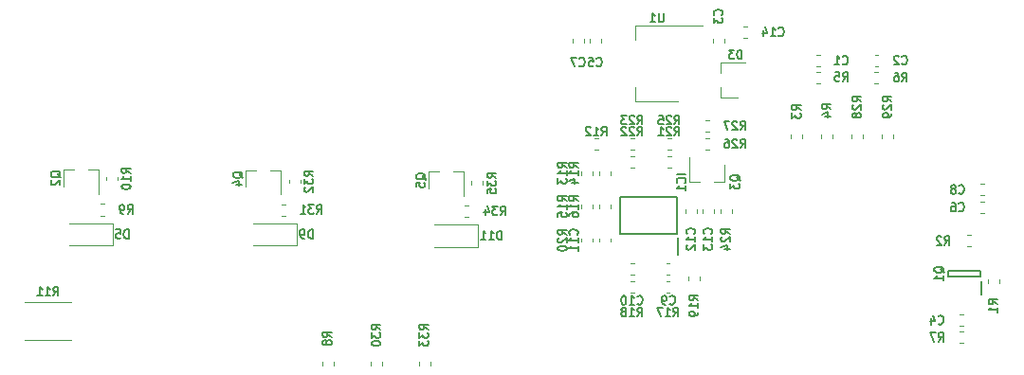
<source format=gbr>
G04 #@! TF.GenerationSoftware,KiCad,Pcbnew,(5.1.5)-3*
G04 #@! TF.CreationDate,2020-10-24T18:19:01+09:00*
G04 #@! TF.ProjectId,wallswitch_schematic_alpha,77616c6c-7377-4697-9463-685f73636865,rev?*
G04 #@! TF.SameCoordinates,Original*
G04 #@! TF.FileFunction,Legend,Bot*
G04 #@! TF.FilePolarity,Positive*
%FSLAX46Y46*%
G04 Gerber Fmt 4.6, Leading zero omitted, Abs format (unit mm)*
G04 Created by KiCad (PCBNEW (5.1.5)-3) date 2020-10-24 18:19:01*
%MOMM*%
%LPD*%
G04 APERTURE LIST*
%ADD10C,0.120000*%
%ADD11C,0.200000*%
%ADD12C,0.150000*%
G04 APERTURE END LIST*
D10*
X225222779Y-98870000D02*
X224897221Y-98870000D01*
X225222779Y-99890000D02*
X224897221Y-99890000D01*
X147410000Y-102365600D02*
X147410000Y-104365600D01*
X147410000Y-104365600D02*
X143510000Y-104365600D01*
X147410000Y-102365600D02*
X143510000Y-102365600D01*
X201700000Y-91160000D02*
X201700000Y-90230000D01*
X201700000Y-88000000D02*
X201700000Y-88930000D01*
X201700000Y-88000000D02*
X203860000Y-88000000D01*
X201700000Y-91160000D02*
X203160000Y-91160000D01*
D11*
X197755000Y-103340000D02*
X197755000Y-100040000D01*
X197755000Y-100040000D02*
X192705000Y-100040000D01*
X192705000Y-100040000D02*
X192705000Y-103340000D01*
X192705000Y-103340000D02*
X197755000Y-103340000D01*
X197810000Y-105190000D02*
X197810000Y-103690000D01*
X224868400Y-107173500D02*
X224868400Y-106623500D01*
X224868400Y-106623500D02*
X221968400Y-106623500D01*
X221968400Y-106623500D02*
X221968400Y-107173500D01*
X221968400Y-107173500D02*
X224868400Y-107173500D01*
X224968400Y-108773500D02*
X224968400Y-107523500D01*
D10*
X142980000Y-97605600D02*
X143910000Y-97605600D01*
X146140000Y-97605600D02*
X145210000Y-97605600D01*
X146140000Y-97605600D02*
X146140000Y-99765600D01*
X142980000Y-97605600D02*
X142980000Y-99065600D01*
X202040000Y-98640000D02*
X202040000Y-97180000D01*
X198880000Y-98640000D02*
X198880000Y-96480000D01*
X198880000Y-98640000D02*
X199810000Y-98640000D01*
X202040000Y-98640000D02*
X201110000Y-98640000D01*
X194050000Y-91490000D02*
X194050000Y-90230000D01*
X194050000Y-84670000D02*
X194050000Y-85930000D01*
X197810000Y-91490000D02*
X194050000Y-91490000D01*
X200060000Y-84670000D02*
X194050000Y-84670000D01*
X225499200Y-107731779D02*
X225499200Y-107406221D01*
X226519200Y-107731779D02*
X226519200Y-107406221D01*
X223674721Y-104396000D02*
X224000279Y-104396000D01*
X223674721Y-103376000D02*
X224000279Y-103376000D01*
X207950000Y-94417221D02*
X207950000Y-94742779D01*
X208970000Y-94417221D02*
X208970000Y-94742779D01*
X211670000Y-94417221D02*
X211670000Y-94742779D01*
X210650000Y-94417221D02*
X210650000Y-94742779D01*
X210233221Y-89854500D02*
X210558779Y-89854500D01*
X210233221Y-88834500D02*
X210558779Y-88834500D01*
X215419721Y-88834500D02*
X215745279Y-88834500D01*
X215419721Y-89854500D02*
X215745279Y-89854500D01*
X223329779Y-112075500D02*
X223004221Y-112075500D01*
X223329779Y-113095500D02*
X223004221Y-113095500D01*
X166069500Y-115081279D02*
X166069500Y-114755721D01*
X167089500Y-115081279D02*
X167089500Y-114755721D01*
X146297221Y-100655600D02*
X146622779Y-100655600D01*
X146297221Y-101675600D02*
X146622779Y-101675600D01*
X146800000Y-98528379D02*
X146800000Y-98202821D01*
X147820000Y-98528379D02*
X147820000Y-98202821D01*
X190722779Y-95790000D02*
X190397221Y-95790000D01*
X190722779Y-94770000D02*
X190397221Y-94770000D01*
X189250000Y-97717221D02*
X189250000Y-98042779D01*
X190270000Y-97717221D02*
X190270000Y-98042779D01*
X191870000Y-98042779D02*
X191870000Y-97717221D01*
X190850000Y-98042779D02*
X190850000Y-97717221D01*
X190270000Y-100717221D02*
X190270000Y-101042779D01*
X189250000Y-100717221D02*
X189250000Y-101042779D01*
X190850000Y-101042779D02*
X190850000Y-100717221D01*
X191870000Y-101042779D02*
X191870000Y-100717221D01*
X196797221Y-107570000D02*
X197122779Y-107570000D01*
X196797221Y-108590000D02*
X197122779Y-108590000D01*
X193922779Y-107570000D02*
X193597221Y-107570000D01*
X193922779Y-108590000D02*
X193597221Y-108590000D01*
X199798400Y-107452379D02*
X199798400Y-107126821D01*
X198778400Y-107452379D02*
X198778400Y-107126821D01*
X190270000Y-104042779D02*
X190270000Y-103717221D01*
X189250000Y-104042779D02*
X189250000Y-103717221D01*
X197222779Y-96370000D02*
X196897221Y-96370000D01*
X197222779Y-97390000D02*
X196897221Y-97390000D01*
X193597221Y-97390000D02*
X193922779Y-97390000D01*
X193597221Y-96370000D02*
X193922779Y-96370000D01*
X193597221Y-94770000D02*
X193922779Y-94770000D01*
X193597221Y-95790000D02*
X193922779Y-95790000D01*
X201650000Y-101442779D02*
X201650000Y-101117221D01*
X202670000Y-101442779D02*
X202670000Y-101117221D01*
X197222779Y-94770000D02*
X196897221Y-94770000D01*
X197222779Y-95790000D02*
X196897221Y-95790000D01*
X200297221Y-95790000D02*
X200622779Y-95790000D01*
X200297221Y-94770000D02*
X200622779Y-94770000D01*
X200622779Y-94190000D02*
X200297221Y-94190000D01*
X200622779Y-93170000D02*
X200297221Y-93170000D01*
X143657064Y-109415000D02*
X139552936Y-109415000D01*
X143657064Y-112835000D02*
X139552936Y-112835000D01*
X214370000Y-94742779D02*
X214370000Y-94417221D01*
X213350000Y-94742779D02*
X213350000Y-94417221D01*
X217070000Y-94742779D02*
X217070000Y-94417221D01*
X216050000Y-94742779D02*
X216050000Y-94417221D01*
X193597221Y-106990000D02*
X193922779Y-106990000D01*
X193597221Y-105970000D02*
X193922779Y-105970000D01*
X210233221Y-87313000D02*
X210558779Y-87313000D01*
X210233221Y-88333000D02*
X210558779Y-88333000D01*
X215420721Y-88330500D02*
X215746279Y-88330500D01*
X215420721Y-87310500D02*
X215746279Y-87310500D01*
X201970000Y-86242779D02*
X201970000Y-85917221D01*
X200950000Y-86242779D02*
X200950000Y-85917221D01*
X223004221Y-111569000D02*
X223329779Y-111569000D01*
X223004221Y-110549000D02*
X223329779Y-110549000D01*
X190970000Y-86242779D02*
X190970000Y-85917221D01*
X189950000Y-86242779D02*
X189950000Y-85917221D01*
X225222779Y-101490000D02*
X224897221Y-101490000D01*
X225222779Y-100470000D02*
X224897221Y-100470000D01*
X188450000Y-86242779D02*
X188450000Y-85917221D01*
X189470000Y-86242779D02*
X189470000Y-85917221D01*
X197122779Y-106990000D02*
X196797221Y-106990000D01*
X197122779Y-105970000D02*
X196797221Y-105970000D01*
X191870000Y-103717221D02*
X191870000Y-104042779D01*
X190850000Y-103717221D02*
X190850000Y-104042779D01*
X199550000Y-101117221D02*
X199550000Y-101442779D01*
X198530000Y-101117221D02*
X198530000Y-101442779D01*
X200050000Y-101117221D02*
X200050000Y-101442779D01*
X201070000Y-101117221D02*
X201070000Y-101442779D01*
X163810000Y-102380000D02*
X159910000Y-102380000D01*
X163810000Y-104380000D02*
X159910000Y-104380000D01*
X163810000Y-102380000D02*
X163810000Y-104380000D01*
X180010000Y-102480000D02*
X180010000Y-104480000D01*
X180010000Y-104480000D02*
X176110000Y-104480000D01*
X180010000Y-102480000D02*
X176110000Y-102480000D01*
X159205001Y-97645001D02*
X159205001Y-99105001D01*
X162365001Y-97645001D02*
X162365001Y-99805001D01*
X162365001Y-97645001D02*
X161435001Y-97645001D01*
X159205001Y-97645001D02*
X160135001Y-97645001D01*
X175580000Y-97770000D02*
X176510000Y-97770000D01*
X178740000Y-97770000D02*
X177810000Y-97770000D01*
X178740000Y-97770000D02*
X178740000Y-99930000D01*
X175580000Y-97770000D02*
X175580000Y-99230000D01*
X170419500Y-115081279D02*
X170419500Y-114755721D01*
X171439500Y-115081279D02*
X171439500Y-114755721D01*
X162497221Y-101690000D02*
X162822779Y-101690000D01*
X162497221Y-100670000D02*
X162822779Y-100670000D01*
X163100000Y-98792779D02*
X163100000Y-98467221D01*
X164120000Y-98792779D02*
X164120000Y-98467221D01*
X175789500Y-115081279D02*
X175789500Y-114755721D01*
X174769500Y-115081279D02*
X174769500Y-114755721D01*
X178797221Y-100770000D02*
X179122779Y-100770000D01*
X178797221Y-101790000D02*
X179122779Y-101790000D01*
X180420000Y-98942779D02*
X180420000Y-98617221D01*
X179400000Y-98942779D02*
X179400000Y-98617221D01*
X204023179Y-84783200D02*
X203697621Y-84783200D01*
X204023179Y-85803200D02*
X203697621Y-85803200D01*
D12*
X222946500Y-99663214D02*
X222982214Y-99701309D01*
X223089357Y-99739404D01*
X223160785Y-99739404D01*
X223267928Y-99701309D01*
X223339357Y-99625119D01*
X223375071Y-99548928D01*
X223410785Y-99396547D01*
X223410785Y-99282261D01*
X223375071Y-99129880D01*
X223339357Y-99053690D01*
X223267928Y-98977500D01*
X223160785Y-98939404D01*
X223089357Y-98939404D01*
X222982214Y-98977500D01*
X222946500Y-99015595D01*
X222517928Y-99282261D02*
X222589357Y-99244166D01*
X222625071Y-99206071D01*
X222660785Y-99129880D01*
X222660785Y-99091785D01*
X222625071Y-99015595D01*
X222589357Y-98977500D01*
X222517928Y-98939404D01*
X222375071Y-98939404D01*
X222303642Y-98977500D01*
X222267928Y-99015595D01*
X222232214Y-99091785D01*
X222232214Y-99129880D01*
X222267928Y-99206071D01*
X222303642Y-99244166D01*
X222375071Y-99282261D01*
X222517928Y-99282261D01*
X222589357Y-99320357D01*
X222625071Y-99358452D01*
X222660785Y-99434642D01*
X222660785Y-99587023D01*
X222625071Y-99663214D01*
X222589357Y-99701309D01*
X222517928Y-99739404D01*
X222375071Y-99739404D01*
X222303642Y-99701309D01*
X222267928Y-99663214D01*
X222232214Y-99587023D01*
X222232214Y-99434642D01*
X222267928Y-99358452D01*
X222303642Y-99320357D01*
X222375071Y-99282261D01*
X148787971Y-103739904D02*
X148787971Y-102939904D01*
X148609400Y-102939904D01*
X148502257Y-102978000D01*
X148430828Y-103054190D01*
X148395114Y-103130380D01*
X148359400Y-103282761D01*
X148359400Y-103397047D01*
X148395114Y-103549428D01*
X148430828Y-103625619D01*
X148502257Y-103701809D01*
X148609400Y-103739904D01*
X148787971Y-103739904D01*
X147680828Y-102939904D02*
X148037971Y-102939904D01*
X148073685Y-103320857D01*
X148037971Y-103282761D01*
X147966542Y-103244666D01*
X147787971Y-103244666D01*
X147716542Y-103282761D01*
X147680828Y-103320857D01*
X147645114Y-103397047D01*
X147645114Y-103587523D01*
X147680828Y-103663714D01*
X147716542Y-103701809D01*
X147787971Y-103739904D01*
X147966542Y-103739904D01*
X148037971Y-103701809D01*
X148073685Y-103663714D01*
X203550371Y-87687104D02*
X203550371Y-86887104D01*
X203371800Y-86887104D01*
X203264657Y-86925200D01*
X203193228Y-87001390D01*
X203157514Y-87077580D01*
X203121800Y-87229961D01*
X203121800Y-87344247D01*
X203157514Y-87496628D01*
X203193228Y-87572819D01*
X203264657Y-87649009D01*
X203371800Y-87687104D01*
X203550371Y-87687104D01*
X202871800Y-86887104D02*
X202407514Y-86887104D01*
X202657514Y-87191866D01*
X202550371Y-87191866D01*
X202478942Y-87229961D01*
X202443228Y-87268057D01*
X202407514Y-87344247D01*
X202407514Y-87534723D01*
X202443228Y-87610914D01*
X202478942Y-87649009D01*
X202550371Y-87687104D01*
X202764657Y-87687104D01*
X202836085Y-87649009D01*
X202871800Y-87610914D01*
X198532704Y-97972257D02*
X197732704Y-97972257D01*
X198456514Y-98757971D02*
X198494609Y-98722257D01*
X198532704Y-98615114D01*
X198532704Y-98543685D01*
X198494609Y-98436542D01*
X198418419Y-98365114D01*
X198342228Y-98329400D01*
X198189847Y-98293685D01*
X198075561Y-98293685D01*
X197923180Y-98329400D01*
X197846990Y-98365114D01*
X197770800Y-98436542D01*
X197732704Y-98543685D01*
X197732704Y-98615114D01*
X197770800Y-98722257D01*
X197808895Y-98757971D01*
X198532704Y-99472257D02*
X198532704Y-99043685D01*
X198532704Y-99257971D02*
X197732704Y-99257971D01*
X197846990Y-99186542D01*
X197923180Y-99115114D01*
X197961276Y-99043685D01*
X221610995Y-106811771D02*
X221572900Y-106740342D01*
X221496709Y-106668914D01*
X221382423Y-106561771D01*
X221344328Y-106490342D01*
X221344328Y-106418914D01*
X221534804Y-106454628D02*
X221496709Y-106383200D01*
X221420519Y-106311771D01*
X221268138Y-106276057D01*
X221001471Y-106276057D01*
X220849090Y-106311771D01*
X220772900Y-106383200D01*
X220734804Y-106454628D01*
X220734804Y-106597485D01*
X220772900Y-106668914D01*
X220849090Y-106740342D01*
X221001471Y-106776057D01*
X221268138Y-106776057D01*
X221420519Y-106740342D01*
X221496709Y-106668914D01*
X221534804Y-106597485D01*
X221534804Y-106454628D01*
X221534804Y-107490342D02*
X221534804Y-107061771D01*
X221534804Y-107276057D02*
X220734804Y-107276057D01*
X220849090Y-107204628D01*
X220925280Y-107133200D01*
X220963376Y-107061771D01*
X142728895Y-98277371D02*
X142690800Y-98205942D01*
X142614609Y-98134514D01*
X142500323Y-98027371D01*
X142462228Y-97955942D01*
X142462228Y-97884514D01*
X142652704Y-97920228D02*
X142614609Y-97848800D01*
X142538419Y-97777371D01*
X142386038Y-97741657D01*
X142119371Y-97741657D01*
X141966990Y-97777371D01*
X141890800Y-97848800D01*
X141852704Y-97920228D01*
X141852704Y-98063085D01*
X141890800Y-98134514D01*
X141966990Y-98205942D01*
X142119371Y-98241657D01*
X142386038Y-98241657D01*
X142538419Y-98205942D01*
X142614609Y-98134514D01*
X142652704Y-98063085D01*
X142652704Y-97920228D01*
X141928895Y-98527371D02*
X141890800Y-98563085D01*
X141852704Y-98634514D01*
X141852704Y-98813085D01*
X141890800Y-98884514D01*
X141928895Y-98920228D01*
X142005085Y-98955942D01*
X142081276Y-98955942D01*
X142195561Y-98920228D01*
X142652704Y-98491657D01*
X142652704Y-98955942D01*
X203398095Y-98608571D02*
X203360000Y-98537142D01*
X203283809Y-98465714D01*
X203169523Y-98358571D01*
X203131428Y-98287142D01*
X203131428Y-98215714D01*
X203321904Y-98251428D02*
X203283809Y-98180000D01*
X203207619Y-98108571D01*
X203055238Y-98072857D01*
X202788571Y-98072857D01*
X202636190Y-98108571D01*
X202560000Y-98180000D01*
X202521904Y-98251428D01*
X202521904Y-98394285D01*
X202560000Y-98465714D01*
X202636190Y-98537142D01*
X202788571Y-98572857D01*
X203055238Y-98572857D01*
X203207619Y-98537142D01*
X203283809Y-98465714D01*
X203321904Y-98394285D01*
X203321904Y-98251428D01*
X202521904Y-98822857D02*
X202521904Y-99287142D01*
X202826666Y-99037142D01*
X202826666Y-99144285D01*
X202864761Y-99215714D01*
X202902857Y-99251428D01*
X202979047Y-99287142D01*
X203169523Y-99287142D01*
X203245714Y-99251428D01*
X203283809Y-99215714D01*
X203321904Y-99144285D01*
X203321904Y-98930000D01*
X203283809Y-98858571D01*
X203245714Y-98822857D01*
X196557828Y-83585104D02*
X196557828Y-84232723D01*
X196522114Y-84308914D01*
X196486400Y-84347009D01*
X196414971Y-84385104D01*
X196272114Y-84385104D01*
X196200685Y-84347009D01*
X196164971Y-84308914D01*
X196129257Y-84232723D01*
X196129257Y-83585104D01*
X195379257Y-84385104D02*
X195807828Y-84385104D01*
X195593542Y-84385104D02*
X195593542Y-83585104D01*
X195664971Y-83699390D01*
X195736400Y-83775580D01*
X195807828Y-83813676D01*
X226383804Y-109603000D02*
X226002852Y-109353000D01*
X226383804Y-109174428D02*
X225583804Y-109174428D01*
X225583804Y-109460142D01*
X225621900Y-109531571D01*
X225659995Y-109567285D01*
X225736185Y-109603000D01*
X225850471Y-109603000D01*
X225926661Y-109567285D01*
X225964757Y-109531571D01*
X226002852Y-109460142D01*
X226002852Y-109174428D01*
X226383804Y-110317285D02*
X226383804Y-109888714D01*
X226383804Y-110103000D02*
X225583804Y-110103000D01*
X225698090Y-110031571D01*
X225774280Y-109960142D01*
X225812376Y-109888714D01*
X221663800Y-104298704D02*
X221913800Y-103917752D01*
X222092371Y-104298704D02*
X222092371Y-103498704D01*
X221806657Y-103498704D01*
X221735228Y-103536800D01*
X221699514Y-103574895D01*
X221663800Y-103651085D01*
X221663800Y-103765371D01*
X221699514Y-103841561D01*
X221735228Y-103879657D01*
X221806657Y-103917752D01*
X222092371Y-103917752D01*
X221378085Y-103574895D02*
X221342371Y-103536800D01*
X221270942Y-103498704D01*
X221092371Y-103498704D01*
X221020942Y-103536800D01*
X220985228Y-103574895D01*
X220949514Y-103651085D01*
X220949514Y-103727276D01*
X220985228Y-103841561D01*
X221413800Y-104298704D01*
X220949514Y-104298704D01*
X208821904Y-92255000D02*
X208440952Y-92005000D01*
X208821904Y-91826428D02*
X208021904Y-91826428D01*
X208021904Y-92112142D01*
X208060000Y-92183571D01*
X208098095Y-92219285D01*
X208174285Y-92255000D01*
X208288571Y-92255000D01*
X208364761Y-92219285D01*
X208402857Y-92183571D01*
X208440952Y-92112142D01*
X208440952Y-91826428D01*
X208021904Y-92505000D02*
X208021904Y-92969285D01*
X208326666Y-92719285D01*
X208326666Y-92826428D01*
X208364761Y-92897857D01*
X208402857Y-92933571D01*
X208479047Y-92969285D01*
X208669523Y-92969285D01*
X208745714Y-92933571D01*
X208783809Y-92897857D01*
X208821904Y-92826428D01*
X208821904Y-92612142D01*
X208783809Y-92540714D01*
X208745714Y-92505000D01*
X211521904Y-92155000D02*
X211140952Y-91905000D01*
X211521904Y-91726428D02*
X210721904Y-91726428D01*
X210721904Y-92012142D01*
X210760000Y-92083571D01*
X210798095Y-92119285D01*
X210874285Y-92155000D01*
X210988571Y-92155000D01*
X211064761Y-92119285D01*
X211102857Y-92083571D01*
X211140952Y-92012142D01*
X211140952Y-91726428D01*
X210988571Y-92797857D02*
X211521904Y-92797857D01*
X210683809Y-92619285D02*
X211255238Y-92440714D01*
X211255238Y-92905000D01*
X212570600Y-89668304D02*
X212820600Y-89287352D01*
X212999171Y-89668304D02*
X212999171Y-88868304D01*
X212713457Y-88868304D01*
X212642028Y-88906400D01*
X212606314Y-88944495D01*
X212570600Y-89020685D01*
X212570600Y-89134971D01*
X212606314Y-89211161D01*
X212642028Y-89249257D01*
X212713457Y-89287352D01*
X212999171Y-89287352D01*
X211892028Y-88868304D02*
X212249171Y-88868304D01*
X212284885Y-89249257D01*
X212249171Y-89211161D01*
X212177742Y-89173066D01*
X211999171Y-89173066D01*
X211927742Y-89211161D01*
X211892028Y-89249257D01*
X211856314Y-89325447D01*
X211856314Y-89515923D01*
X211892028Y-89592114D01*
X211927742Y-89630209D01*
X211999171Y-89668304D01*
X212177742Y-89668304D01*
X212249171Y-89630209D01*
X212284885Y-89592114D01*
X217853800Y-89719104D02*
X218103800Y-89338152D01*
X218282371Y-89719104D02*
X218282371Y-88919104D01*
X217996657Y-88919104D01*
X217925228Y-88957200D01*
X217889514Y-88995295D01*
X217853800Y-89071485D01*
X217853800Y-89185771D01*
X217889514Y-89261961D01*
X217925228Y-89300057D01*
X217996657Y-89338152D01*
X218282371Y-89338152D01*
X217210942Y-88919104D02*
X217353800Y-88919104D01*
X217425228Y-88957200D01*
X217460942Y-88995295D01*
X217532371Y-89109580D01*
X217568085Y-89261961D01*
X217568085Y-89566723D01*
X217532371Y-89642914D01*
X217496657Y-89681009D01*
X217425228Y-89719104D01*
X217282371Y-89719104D01*
X217210942Y-89681009D01*
X217175228Y-89642914D01*
X217139514Y-89566723D01*
X217139514Y-89376247D01*
X217175228Y-89300057D01*
X217210942Y-89261961D01*
X217282371Y-89223866D01*
X217425228Y-89223866D01*
X217496657Y-89261961D01*
X217532371Y-89300057D01*
X217568085Y-89376247D01*
X221105000Y-112934704D02*
X221355000Y-112553752D01*
X221533571Y-112934704D02*
X221533571Y-112134704D01*
X221247857Y-112134704D01*
X221176428Y-112172800D01*
X221140714Y-112210895D01*
X221105000Y-112287085D01*
X221105000Y-112401371D01*
X221140714Y-112477561D01*
X221176428Y-112515657D01*
X221247857Y-112553752D01*
X221533571Y-112553752D01*
X220855000Y-112134704D02*
X220355000Y-112134704D01*
X220676428Y-112934704D01*
X166935104Y-112549400D02*
X166554152Y-112299400D01*
X166935104Y-112120828D02*
X166135104Y-112120828D01*
X166135104Y-112406542D01*
X166173200Y-112477971D01*
X166211295Y-112513685D01*
X166287485Y-112549400D01*
X166401771Y-112549400D01*
X166477961Y-112513685D01*
X166516057Y-112477971D01*
X166554152Y-112406542D01*
X166554152Y-112120828D01*
X166477961Y-112977971D02*
X166439866Y-112906542D01*
X166401771Y-112870828D01*
X166325580Y-112835114D01*
X166287485Y-112835114D01*
X166211295Y-112870828D01*
X166173200Y-112906542D01*
X166135104Y-112977971D01*
X166135104Y-113120828D01*
X166173200Y-113192257D01*
X166211295Y-113227971D01*
X166287485Y-113263685D01*
X166325580Y-113263685D01*
X166401771Y-113227971D01*
X166439866Y-113192257D01*
X166477961Y-113120828D01*
X166477961Y-112977971D01*
X166516057Y-112906542D01*
X166554152Y-112870828D01*
X166630342Y-112835114D01*
X166782723Y-112835114D01*
X166858914Y-112870828D01*
X166897009Y-112906542D01*
X166935104Y-112977971D01*
X166935104Y-113120828D01*
X166897009Y-113192257D01*
X166858914Y-113227971D01*
X166782723Y-113263685D01*
X166630342Y-113263685D01*
X166554152Y-113227971D01*
X166516057Y-113192257D01*
X166477961Y-113120828D01*
X148715000Y-101504704D02*
X148965000Y-101123752D01*
X149143571Y-101504704D02*
X149143571Y-100704704D01*
X148857857Y-100704704D01*
X148786428Y-100742800D01*
X148750714Y-100780895D01*
X148715000Y-100857085D01*
X148715000Y-100971371D01*
X148750714Y-101047561D01*
X148786428Y-101085657D01*
X148857857Y-101123752D01*
X149143571Y-101123752D01*
X148357857Y-101504704D02*
X148215000Y-101504704D01*
X148143571Y-101466609D01*
X148107857Y-101428514D01*
X148036428Y-101314228D01*
X148000714Y-101161847D01*
X148000714Y-100857085D01*
X148036428Y-100780895D01*
X148072142Y-100742800D01*
X148143571Y-100704704D01*
X148286428Y-100704704D01*
X148357857Y-100742800D01*
X148393571Y-100780895D01*
X148429285Y-100857085D01*
X148429285Y-101047561D01*
X148393571Y-101123752D01*
X148357857Y-101161847D01*
X148286428Y-101199942D01*
X148143571Y-101199942D01*
X148072142Y-101161847D01*
X148036428Y-101123752D01*
X148000714Y-101047561D01*
X148971904Y-97883457D02*
X148590952Y-97633457D01*
X148971904Y-97454885D02*
X148171904Y-97454885D01*
X148171904Y-97740600D01*
X148210000Y-97812028D01*
X148248095Y-97847742D01*
X148324285Y-97883457D01*
X148438571Y-97883457D01*
X148514761Y-97847742D01*
X148552857Y-97812028D01*
X148590952Y-97740600D01*
X148590952Y-97454885D01*
X148971904Y-98597742D02*
X148971904Y-98169171D01*
X148971904Y-98383457D02*
X148171904Y-98383457D01*
X148286190Y-98312028D01*
X148362380Y-98240600D01*
X148400476Y-98169171D01*
X148171904Y-99062028D02*
X148171904Y-99133457D01*
X148210000Y-99204885D01*
X148248095Y-99240600D01*
X148324285Y-99276314D01*
X148476666Y-99312028D01*
X148667142Y-99312028D01*
X148819523Y-99276314D01*
X148895714Y-99240600D01*
X148933809Y-99204885D01*
X148971904Y-99133457D01*
X148971904Y-99062028D01*
X148933809Y-98990600D01*
X148895714Y-98954885D01*
X148819523Y-98919171D01*
X148667142Y-98883457D01*
X148476666Y-98883457D01*
X148324285Y-98919171D01*
X148248095Y-98954885D01*
X148210000Y-98990600D01*
X148171904Y-99062028D01*
X191032942Y-94545104D02*
X191282942Y-94164152D01*
X191461514Y-94545104D02*
X191461514Y-93745104D01*
X191175800Y-93745104D01*
X191104371Y-93783200D01*
X191068657Y-93821295D01*
X191032942Y-93897485D01*
X191032942Y-94011771D01*
X191068657Y-94087961D01*
X191104371Y-94126057D01*
X191175800Y-94164152D01*
X191461514Y-94164152D01*
X190318657Y-94545104D02*
X190747228Y-94545104D01*
X190532942Y-94545104D02*
X190532942Y-93745104D01*
X190604371Y-93859390D01*
X190675800Y-93935580D01*
X190747228Y-93973676D01*
X190032942Y-93821295D02*
X189997228Y-93783200D01*
X189925800Y-93745104D01*
X189747228Y-93745104D01*
X189675800Y-93783200D01*
X189640085Y-93821295D01*
X189604371Y-93897485D01*
X189604371Y-93973676D01*
X189640085Y-94087961D01*
X190068657Y-94545104D01*
X189604371Y-94545104D01*
X187921904Y-97397857D02*
X187540952Y-97147857D01*
X187921904Y-96969285D02*
X187121904Y-96969285D01*
X187121904Y-97255000D01*
X187160000Y-97326428D01*
X187198095Y-97362142D01*
X187274285Y-97397857D01*
X187388571Y-97397857D01*
X187464761Y-97362142D01*
X187502857Y-97326428D01*
X187540952Y-97255000D01*
X187540952Y-96969285D01*
X187921904Y-98112142D02*
X187921904Y-97683571D01*
X187921904Y-97897857D02*
X187121904Y-97897857D01*
X187236190Y-97826428D01*
X187312380Y-97755000D01*
X187350476Y-97683571D01*
X187121904Y-98362142D02*
X187121904Y-98826428D01*
X187426666Y-98576428D01*
X187426666Y-98683571D01*
X187464761Y-98755000D01*
X187502857Y-98790714D01*
X187579047Y-98826428D01*
X187769523Y-98826428D01*
X187845714Y-98790714D01*
X187883809Y-98755000D01*
X187921904Y-98683571D01*
X187921904Y-98469285D01*
X187883809Y-98397857D01*
X187845714Y-98362142D01*
X188921904Y-97397857D02*
X188540952Y-97147857D01*
X188921904Y-96969285D02*
X188121904Y-96969285D01*
X188121904Y-97255000D01*
X188160000Y-97326428D01*
X188198095Y-97362142D01*
X188274285Y-97397857D01*
X188388571Y-97397857D01*
X188464761Y-97362142D01*
X188502857Y-97326428D01*
X188540952Y-97255000D01*
X188540952Y-96969285D01*
X188921904Y-98112142D02*
X188921904Y-97683571D01*
X188921904Y-97897857D02*
X188121904Y-97897857D01*
X188236190Y-97826428D01*
X188312380Y-97755000D01*
X188350476Y-97683571D01*
X188388571Y-98755000D02*
X188921904Y-98755000D01*
X188083809Y-98576428D02*
X188655238Y-98397857D01*
X188655238Y-98862142D01*
X187921904Y-100397857D02*
X187540952Y-100147857D01*
X187921904Y-99969285D02*
X187121904Y-99969285D01*
X187121904Y-100255000D01*
X187160000Y-100326428D01*
X187198095Y-100362142D01*
X187274285Y-100397857D01*
X187388571Y-100397857D01*
X187464761Y-100362142D01*
X187502857Y-100326428D01*
X187540952Y-100255000D01*
X187540952Y-99969285D01*
X187921904Y-101112142D02*
X187921904Y-100683571D01*
X187921904Y-100897857D02*
X187121904Y-100897857D01*
X187236190Y-100826428D01*
X187312380Y-100755000D01*
X187350476Y-100683571D01*
X187121904Y-101790714D02*
X187121904Y-101433571D01*
X187502857Y-101397857D01*
X187464761Y-101433571D01*
X187426666Y-101505000D01*
X187426666Y-101683571D01*
X187464761Y-101755000D01*
X187502857Y-101790714D01*
X187579047Y-101826428D01*
X187769523Y-101826428D01*
X187845714Y-101790714D01*
X187883809Y-101755000D01*
X187921904Y-101683571D01*
X187921904Y-101505000D01*
X187883809Y-101433571D01*
X187845714Y-101397857D01*
X188921904Y-100397857D02*
X188540952Y-100147857D01*
X188921904Y-99969285D02*
X188121904Y-99969285D01*
X188121904Y-100255000D01*
X188160000Y-100326428D01*
X188198095Y-100362142D01*
X188274285Y-100397857D01*
X188388571Y-100397857D01*
X188464761Y-100362142D01*
X188502857Y-100326428D01*
X188540952Y-100255000D01*
X188540952Y-99969285D01*
X188921904Y-101112142D02*
X188921904Y-100683571D01*
X188921904Y-100897857D02*
X188121904Y-100897857D01*
X188236190Y-100826428D01*
X188312380Y-100755000D01*
X188350476Y-100683571D01*
X188121904Y-101755000D02*
X188121904Y-101612142D01*
X188160000Y-101540714D01*
X188198095Y-101505000D01*
X188312380Y-101433571D01*
X188464761Y-101397857D01*
X188769523Y-101397857D01*
X188845714Y-101433571D01*
X188883809Y-101469285D01*
X188921904Y-101540714D01*
X188921904Y-101683571D01*
X188883809Y-101755000D01*
X188845714Y-101790714D01*
X188769523Y-101826428D01*
X188579047Y-101826428D01*
X188502857Y-101790714D01*
X188464761Y-101755000D01*
X188426666Y-101683571D01*
X188426666Y-101540714D01*
X188464761Y-101469285D01*
X188502857Y-101433571D01*
X188579047Y-101397857D01*
X197433742Y-110699504D02*
X197683742Y-110318552D01*
X197862314Y-110699504D02*
X197862314Y-109899504D01*
X197576600Y-109899504D01*
X197505171Y-109937600D01*
X197469457Y-109975695D01*
X197433742Y-110051885D01*
X197433742Y-110166171D01*
X197469457Y-110242361D01*
X197505171Y-110280457D01*
X197576600Y-110318552D01*
X197862314Y-110318552D01*
X196719457Y-110699504D02*
X197148028Y-110699504D01*
X196933742Y-110699504D02*
X196933742Y-109899504D01*
X197005171Y-110013790D01*
X197076600Y-110089980D01*
X197148028Y-110128076D01*
X196469457Y-109899504D02*
X195969457Y-109899504D01*
X196290885Y-110699504D01*
X194233342Y-110699504D02*
X194483342Y-110318552D01*
X194661914Y-110699504D02*
X194661914Y-109899504D01*
X194376200Y-109899504D01*
X194304771Y-109937600D01*
X194269057Y-109975695D01*
X194233342Y-110051885D01*
X194233342Y-110166171D01*
X194269057Y-110242361D01*
X194304771Y-110280457D01*
X194376200Y-110318552D01*
X194661914Y-110318552D01*
X193519057Y-110699504D02*
X193947628Y-110699504D01*
X193733342Y-110699504D02*
X193733342Y-109899504D01*
X193804771Y-110013790D01*
X193876200Y-110089980D01*
X193947628Y-110128076D01*
X193090485Y-110242361D02*
X193161914Y-110204266D01*
X193197628Y-110166171D01*
X193233342Y-110089980D01*
X193233342Y-110051885D01*
X193197628Y-109975695D01*
X193161914Y-109937600D01*
X193090485Y-109899504D01*
X192947628Y-109899504D01*
X192876200Y-109937600D01*
X192840485Y-109975695D01*
X192804771Y-110051885D01*
X192804771Y-110089980D01*
X192840485Y-110166171D01*
X192876200Y-110204266D01*
X192947628Y-110242361D01*
X193090485Y-110242361D01*
X193161914Y-110280457D01*
X193197628Y-110318552D01*
X193233342Y-110394742D01*
X193233342Y-110547123D01*
X193197628Y-110623314D01*
X193161914Y-110661409D01*
X193090485Y-110699504D01*
X192947628Y-110699504D01*
X192876200Y-110661409D01*
X192840485Y-110623314D01*
X192804771Y-110547123D01*
X192804771Y-110394742D01*
X192840485Y-110318552D01*
X192876200Y-110280457D01*
X192947628Y-110242361D01*
X199650304Y-109245857D02*
X199269352Y-108995857D01*
X199650304Y-108817285D02*
X198850304Y-108817285D01*
X198850304Y-109103000D01*
X198888400Y-109174428D01*
X198926495Y-109210142D01*
X199002685Y-109245857D01*
X199116971Y-109245857D01*
X199193161Y-109210142D01*
X199231257Y-109174428D01*
X199269352Y-109103000D01*
X199269352Y-108817285D01*
X199650304Y-109960142D02*
X199650304Y-109531571D01*
X199650304Y-109745857D02*
X198850304Y-109745857D01*
X198964590Y-109674428D01*
X199040780Y-109603000D01*
X199078876Y-109531571D01*
X199650304Y-110317285D02*
X199650304Y-110460142D01*
X199612209Y-110531571D01*
X199574114Y-110567285D01*
X199459828Y-110638714D01*
X199307447Y-110674428D01*
X199002685Y-110674428D01*
X198926495Y-110638714D01*
X198888400Y-110603000D01*
X198850304Y-110531571D01*
X198850304Y-110388714D01*
X198888400Y-110317285D01*
X198926495Y-110281571D01*
X199002685Y-110245857D01*
X199193161Y-110245857D01*
X199269352Y-110281571D01*
X199307447Y-110317285D01*
X199345542Y-110388714D01*
X199345542Y-110531571D01*
X199307447Y-110603000D01*
X199269352Y-110638714D01*
X199193161Y-110674428D01*
X187921904Y-103397857D02*
X187540952Y-103147857D01*
X187921904Y-102969285D02*
X187121904Y-102969285D01*
X187121904Y-103255000D01*
X187160000Y-103326428D01*
X187198095Y-103362142D01*
X187274285Y-103397857D01*
X187388571Y-103397857D01*
X187464761Y-103362142D01*
X187502857Y-103326428D01*
X187540952Y-103255000D01*
X187540952Y-102969285D01*
X187198095Y-103683571D02*
X187160000Y-103719285D01*
X187121904Y-103790714D01*
X187121904Y-103969285D01*
X187160000Y-104040714D01*
X187198095Y-104076428D01*
X187274285Y-104112142D01*
X187350476Y-104112142D01*
X187464761Y-104076428D01*
X187921904Y-103647857D01*
X187921904Y-104112142D01*
X187121904Y-104576428D02*
X187121904Y-104647857D01*
X187160000Y-104719285D01*
X187198095Y-104755000D01*
X187274285Y-104790714D01*
X187426666Y-104826428D01*
X187617142Y-104826428D01*
X187769523Y-104790714D01*
X187845714Y-104755000D01*
X187883809Y-104719285D01*
X187921904Y-104647857D01*
X187921904Y-104576428D01*
X187883809Y-104505000D01*
X187845714Y-104469285D01*
X187769523Y-104433571D01*
X187617142Y-104397857D01*
X187426666Y-104397857D01*
X187274285Y-104433571D01*
X187198095Y-104469285D01*
X187160000Y-104505000D01*
X187121904Y-104576428D01*
X197542142Y-94545104D02*
X197792142Y-94164152D01*
X197970714Y-94545104D02*
X197970714Y-93745104D01*
X197685000Y-93745104D01*
X197613571Y-93783200D01*
X197577857Y-93821295D01*
X197542142Y-93897485D01*
X197542142Y-94011771D01*
X197577857Y-94087961D01*
X197613571Y-94126057D01*
X197685000Y-94164152D01*
X197970714Y-94164152D01*
X197256428Y-93821295D02*
X197220714Y-93783200D01*
X197149285Y-93745104D01*
X196970714Y-93745104D01*
X196899285Y-93783200D01*
X196863571Y-93821295D01*
X196827857Y-93897485D01*
X196827857Y-93973676D01*
X196863571Y-94087961D01*
X197292142Y-94545104D01*
X196827857Y-94545104D01*
X196113571Y-94545104D02*
X196542142Y-94545104D01*
X196327857Y-94545104D02*
X196327857Y-93745104D01*
X196399285Y-93859390D01*
X196470714Y-93935580D01*
X196542142Y-93973676D01*
X194233342Y-94545104D02*
X194483342Y-94164152D01*
X194661914Y-94545104D02*
X194661914Y-93745104D01*
X194376200Y-93745104D01*
X194304771Y-93783200D01*
X194269057Y-93821295D01*
X194233342Y-93897485D01*
X194233342Y-94011771D01*
X194269057Y-94087961D01*
X194304771Y-94126057D01*
X194376200Y-94164152D01*
X194661914Y-94164152D01*
X193947628Y-93821295D02*
X193911914Y-93783200D01*
X193840485Y-93745104D01*
X193661914Y-93745104D01*
X193590485Y-93783200D01*
X193554771Y-93821295D01*
X193519057Y-93897485D01*
X193519057Y-93973676D01*
X193554771Y-94087961D01*
X193983342Y-94545104D01*
X193519057Y-94545104D01*
X193233342Y-93821295D02*
X193197628Y-93783200D01*
X193126200Y-93745104D01*
X192947628Y-93745104D01*
X192876200Y-93783200D01*
X192840485Y-93821295D01*
X192804771Y-93897485D01*
X192804771Y-93973676D01*
X192840485Y-94087961D01*
X193269057Y-94545104D01*
X192804771Y-94545104D01*
X194242142Y-93541904D02*
X194492142Y-93160952D01*
X194670714Y-93541904D02*
X194670714Y-92741904D01*
X194385000Y-92741904D01*
X194313571Y-92780000D01*
X194277857Y-92818095D01*
X194242142Y-92894285D01*
X194242142Y-93008571D01*
X194277857Y-93084761D01*
X194313571Y-93122857D01*
X194385000Y-93160952D01*
X194670714Y-93160952D01*
X193956428Y-92818095D02*
X193920714Y-92780000D01*
X193849285Y-92741904D01*
X193670714Y-92741904D01*
X193599285Y-92780000D01*
X193563571Y-92818095D01*
X193527857Y-92894285D01*
X193527857Y-92970476D01*
X193563571Y-93084761D01*
X193992142Y-93541904D01*
X193527857Y-93541904D01*
X193277857Y-92741904D02*
X192813571Y-92741904D01*
X193063571Y-93046666D01*
X192956428Y-93046666D01*
X192885000Y-93084761D01*
X192849285Y-93122857D01*
X192813571Y-93199047D01*
X192813571Y-93389523D01*
X192849285Y-93465714D01*
X192885000Y-93503809D01*
X192956428Y-93541904D01*
X193170714Y-93541904D01*
X193242142Y-93503809D01*
X193277857Y-93465714D01*
X202495104Y-103302257D02*
X202114152Y-103052257D01*
X202495104Y-102873685D02*
X201695104Y-102873685D01*
X201695104Y-103159400D01*
X201733200Y-103230828D01*
X201771295Y-103266542D01*
X201847485Y-103302257D01*
X201961771Y-103302257D01*
X202037961Y-103266542D01*
X202076057Y-103230828D01*
X202114152Y-103159400D01*
X202114152Y-102873685D01*
X201771295Y-103587971D02*
X201733200Y-103623685D01*
X201695104Y-103695114D01*
X201695104Y-103873685D01*
X201733200Y-103945114D01*
X201771295Y-103980828D01*
X201847485Y-104016542D01*
X201923676Y-104016542D01*
X202037961Y-103980828D01*
X202495104Y-103552257D01*
X202495104Y-104016542D01*
X201961771Y-104659400D02*
X202495104Y-104659400D01*
X201657009Y-104480828D02*
X202228438Y-104302257D01*
X202228438Y-104766542D01*
X197542142Y-93541904D02*
X197792142Y-93160952D01*
X197970714Y-93541904D02*
X197970714Y-92741904D01*
X197685000Y-92741904D01*
X197613571Y-92780000D01*
X197577857Y-92818095D01*
X197542142Y-92894285D01*
X197542142Y-93008571D01*
X197577857Y-93084761D01*
X197613571Y-93122857D01*
X197685000Y-93160952D01*
X197970714Y-93160952D01*
X197256428Y-92818095D02*
X197220714Y-92780000D01*
X197149285Y-92741904D01*
X196970714Y-92741904D01*
X196899285Y-92780000D01*
X196863571Y-92818095D01*
X196827857Y-92894285D01*
X196827857Y-92970476D01*
X196863571Y-93084761D01*
X197292142Y-93541904D01*
X196827857Y-93541904D01*
X196149285Y-92741904D02*
X196506428Y-92741904D01*
X196542142Y-93122857D01*
X196506428Y-93084761D01*
X196435000Y-93046666D01*
X196256428Y-93046666D01*
X196185000Y-93084761D01*
X196149285Y-93122857D01*
X196113571Y-93199047D01*
X196113571Y-93389523D01*
X196149285Y-93465714D01*
X196185000Y-93503809D01*
X196256428Y-93541904D01*
X196435000Y-93541904D01*
X196506428Y-93503809D01*
X196542142Y-93465714D01*
X203428142Y-95641904D02*
X203678142Y-95260952D01*
X203856714Y-95641904D02*
X203856714Y-94841904D01*
X203571000Y-94841904D01*
X203499571Y-94880000D01*
X203463857Y-94918095D01*
X203428142Y-94994285D01*
X203428142Y-95108571D01*
X203463857Y-95184761D01*
X203499571Y-95222857D01*
X203571000Y-95260952D01*
X203856714Y-95260952D01*
X203142428Y-94918095D02*
X203106714Y-94880000D01*
X203035285Y-94841904D01*
X202856714Y-94841904D01*
X202785285Y-94880000D01*
X202749571Y-94918095D01*
X202713857Y-94994285D01*
X202713857Y-95070476D01*
X202749571Y-95184761D01*
X203178142Y-95641904D01*
X202713857Y-95641904D01*
X202071000Y-94841904D02*
X202213857Y-94841904D01*
X202285285Y-94880000D01*
X202321000Y-94918095D01*
X202392428Y-95032380D01*
X202428142Y-95184761D01*
X202428142Y-95489523D01*
X202392428Y-95565714D01*
X202356714Y-95603809D01*
X202285285Y-95641904D01*
X202142428Y-95641904D01*
X202071000Y-95603809D01*
X202035285Y-95565714D01*
X201999571Y-95489523D01*
X201999571Y-95299047D01*
X202035285Y-95222857D01*
X202071000Y-95184761D01*
X202142428Y-95146666D01*
X202285285Y-95146666D01*
X202356714Y-95184761D01*
X202392428Y-95222857D01*
X202428142Y-95299047D01*
X203428142Y-94037104D02*
X203678142Y-93656152D01*
X203856714Y-94037104D02*
X203856714Y-93237104D01*
X203571000Y-93237104D01*
X203499571Y-93275200D01*
X203463857Y-93313295D01*
X203428142Y-93389485D01*
X203428142Y-93503771D01*
X203463857Y-93579961D01*
X203499571Y-93618057D01*
X203571000Y-93656152D01*
X203856714Y-93656152D01*
X203142428Y-93313295D02*
X203106714Y-93275200D01*
X203035285Y-93237104D01*
X202856714Y-93237104D01*
X202785285Y-93275200D01*
X202749571Y-93313295D01*
X202713857Y-93389485D01*
X202713857Y-93465676D01*
X202749571Y-93579961D01*
X203178142Y-94037104D01*
X202713857Y-94037104D01*
X202463857Y-93237104D02*
X201963857Y-93237104D01*
X202285285Y-94037104D01*
X142087142Y-108866904D02*
X142337142Y-108485952D01*
X142515714Y-108866904D02*
X142515714Y-108066904D01*
X142230000Y-108066904D01*
X142158571Y-108105000D01*
X142122857Y-108143095D01*
X142087142Y-108219285D01*
X142087142Y-108333571D01*
X142122857Y-108409761D01*
X142158571Y-108447857D01*
X142230000Y-108485952D01*
X142515714Y-108485952D01*
X141372857Y-108866904D02*
X141801428Y-108866904D01*
X141587142Y-108866904D02*
X141587142Y-108066904D01*
X141658571Y-108181190D01*
X141730000Y-108257380D01*
X141801428Y-108295476D01*
X140658571Y-108866904D02*
X141087142Y-108866904D01*
X140872857Y-108866904D02*
X140872857Y-108066904D01*
X140944285Y-108181190D01*
X141015714Y-108257380D01*
X141087142Y-108295476D01*
X214221904Y-91497857D02*
X213840952Y-91247857D01*
X214221904Y-91069285D02*
X213421904Y-91069285D01*
X213421904Y-91355000D01*
X213460000Y-91426428D01*
X213498095Y-91462142D01*
X213574285Y-91497857D01*
X213688571Y-91497857D01*
X213764761Y-91462142D01*
X213802857Y-91426428D01*
X213840952Y-91355000D01*
X213840952Y-91069285D01*
X213498095Y-91783571D02*
X213460000Y-91819285D01*
X213421904Y-91890714D01*
X213421904Y-92069285D01*
X213460000Y-92140714D01*
X213498095Y-92176428D01*
X213574285Y-92212142D01*
X213650476Y-92212142D01*
X213764761Y-92176428D01*
X214221904Y-91747857D01*
X214221904Y-92212142D01*
X213764761Y-92640714D02*
X213726666Y-92569285D01*
X213688571Y-92533571D01*
X213612380Y-92497857D01*
X213574285Y-92497857D01*
X213498095Y-92533571D01*
X213460000Y-92569285D01*
X213421904Y-92640714D01*
X213421904Y-92783571D01*
X213460000Y-92855000D01*
X213498095Y-92890714D01*
X213574285Y-92926428D01*
X213612380Y-92926428D01*
X213688571Y-92890714D01*
X213726666Y-92855000D01*
X213764761Y-92783571D01*
X213764761Y-92640714D01*
X213802857Y-92569285D01*
X213840952Y-92533571D01*
X213917142Y-92497857D01*
X214069523Y-92497857D01*
X214145714Y-92533571D01*
X214183809Y-92569285D01*
X214221904Y-92640714D01*
X214221904Y-92783571D01*
X214183809Y-92855000D01*
X214145714Y-92890714D01*
X214069523Y-92926428D01*
X213917142Y-92926428D01*
X213840952Y-92890714D01*
X213802857Y-92855000D01*
X213764761Y-92783571D01*
X216921904Y-91497857D02*
X216540952Y-91247857D01*
X216921904Y-91069285D02*
X216121904Y-91069285D01*
X216121904Y-91355000D01*
X216160000Y-91426428D01*
X216198095Y-91462142D01*
X216274285Y-91497857D01*
X216388571Y-91497857D01*
X216464761Y-91462142D01*
X216502857Y-91426428D01*
X216540952Y-91355000D01*
X216540952Y-91069285D01*
X216198095Y-91783571D02*
X216160000Y-91819285D01*
X216121904Y-91890714D01*
X216121904Y-92069285D01*
X216160000Y-92140714D01*
X216198095Y-92176428D01*
X216274285Y-92212142D01*
X216350476Y-92212142D01*
X216464761Y-92176428D01*
X216921904Y-91747857D01*
X216921904Y-92212142D01*
X216921904Y-92569285D02*
X216921904Y-92712142D01*
X216883809Y-92783571D01*
X216845714Y-92819285D01*
X216731428Y-92890714D01*
X216579047Y-92926428D01*
X216274285Y-92926428D01*
X216198095Y-92890714D01*
X216160000Y-92855000D01*
X216121904Y-92783571D01*
X216121904Y-92640714D01*
X216160000Y-92569285D01*
X216198095Y-92533571D01*
X216274285Y-92497857D01*
X216464761Y-92497857D01*
X216540952Y-92533571D01*
X216579047Y-92569285D01*
X216617142Y-92640714D01*
X216617142Y-92783571D01*
X216579047Y-92855000D01*
X216540952Y-92890714D01*
X216464761Y-92926428D01*
X194233342Y-109556514D02*
X194269057Y-109594609D01*
X194376200Y-109632704D01*
X194447628Y-109632704D01*
X194554771Y-109594609D01*
X194626200Y-109518419D01*
X194661914Y-109442228D01*
X194697628Y-109289847D01*
X194697628Y-109175561D01*
X194661914Y-109023180D01*
X194626200Y-108946990D01*
X194554771Y-108870800D01*
X194447628Y-108832704D01*
X194376200Y-108832704D01*
X194269057Y-108870800D01*
X194233342Y-108908895D01*
X193519057Y-109632704D02*
X193947628Y-109632704D01*
X193733342Y-109632704D02*
X193733342Y-108832704D01*
X193804771Y-108946990D01*
X193876200Y-109023180D01*
X193947628Y-109061276D01*
X193054771Y-108832704D02*
X192983342Y-108832704D01*
X192911914Y-108870800D01*
X192876200Y-108908895D01*
X192840485Y-108985085D01*
X192804771Y-109137466D01*
X192804771Y-109327942D01*
X192840485Y-109480323D01*
X192876200Y-109556514D01*
X192911914Y-109594609D01*
X192983342Y-109632704D01*
X193054771Y-109632704D01*
X193126200Y-109594609D01*
X193161914Y-109556514D01*
X193197628Y-109480323D01*
X193233342Y-109327942D01*
X193233342Y-109137466D01*
X193197628Y-108985085D01*
X193161914Y-108908895D01*
X193126200Y-108870800D01*
X193054771Y-108832704D01*
X212570600Y-88118914D02*
X212606314Y-88157009D01*
X212713457Y-88195104D01*
X212784885Y-88195104D01*
X212892028Y-88157009D01*
X212963457Y-88080819D01*
X212999171Y-88004628D01*
X213034885Y-87852247D01*
X213034885Y-87737961D01*
X212999171Y-87585580D01*
X212963457Y-87509390D01*
X212892028Y-87433200D01*
X212784885Y-87395104D01*
X212713457Y-87395104D01*
X212606314Y-87433200D01*
X212570600Y-87471295D01*
X211856314Y-88195104D02*
X212284885Y-88195104D01*
X212070600Y-88195104D02*
X212070600Y-87395104D01*
X212142028Y-87509390D01*
X212213457Y-87585580D01*
X212284885Y-87623676D01*
X217853800Y-88118914D02*
X217889514Y-88157009D01*
X217996657Y-88195104D01*
X218068085Y-88195104D01*
X218175228Y-88157009D01*
X218246657Y-88080819D01*
X218282371Y-88004628D01*
X218318085Y-87852247D01*
X218318085Y-87737961D01*
X218282371Y-87585580D01*
X218246657Y-87509390D01*
X218175228Y-87433200D01*
X218068085Y-87395104D01*
X217996657Y-87395104D01*
X217889514Y-87433200D01*
X217853800Y-87471295D01*
X217568085Y-87471295D02*
X217532371Y-87433200D01*
X217460942Y-87395104D01*
X217282371Y-87395104D01*
X217210942Y-87433200D01*
X217175228Y-87471295D01*
X217139514Y-87547485D01*
X217139514Y-87623676D01*
X217175228Y-87737961D01*
X217603800Y-88195104D01*
X217139514Y-88195104D01*
X201758514Y-83745800D02*
X201796609Y-83710085D01*
X201834704Y-83602942D01*
X201834704Y-83531514D01*
X201796609Y-83424371D01*
X201720419Y-83352942D01*
X201644228Y-83317228D01*
X201491847Y-83281514D01*
X201377561Y-83281514D01*
X201225180Y-83317228D01*
X201148990Y-83352942D01*
X201072800Y-83424371D01*
X201034704Y-83531514D01*
X201034704Y-83602942D01*
X201072800Y-83710085D01*
X201110895Y-83745800D01*
X201034704Y-83995800D02*
X201034704Y-84460085D01*
X201339466Y-84210085D01*
X201339466Y-84317228D01*
X201377561Y-84388657D01*
X201415657Y-84424371D01*
X201491847Y-84460085D01*
X201682323Y-84460085D01*
X201758514Y-84424371D01*
X201796609Y-84388657D01*
X201834704Y-84317228D01*
X201834704Y-84102942D01*
X201796609Y-84031514D01*
X201758514Y-83995800D01*
X221105000Y-111334514D02*
X221140714Y-111372609D01*
X221247857Y-111410704D01*
X221319285Y-111410704D01*
X221426428Y-111372609D01*
X221497857Y-111296419D01*
X221533571Y-111220228D01*
X221569285Y-111067847D01*
X221569285Y-110953561D01*
X221533571Y-110801180D01*
X221497857Y-110724990D01*
X221426428Y-110648800D01*
X221319285Y-110610704D01*
X221247857Y-110610704D01*
X221140714Y-110648800D01*
X221105000Y-110686895D01*
X220462142Y-110877371D02*
X220462142Y-111410704D01*
X220640714Y-110572609D02*
X220819285Y-111144038D01*
X220355000Y-111144038D01*
X190585000Y-88271314D02*
X190620714Y-88309409D01*
X190727857Y-88347504D01*
X190799285Y-88347504D01*
X190906428Y-88309409D01*
X190977857Y-88233219D01*
X191013571Y-88157028D01*
X191049285Y-88004647D01*
X191049285Y-87890361D01*
X191013571Y-87737980D01*
X190977857Y-87661790D01*
X190906428Y-87585600D01*
X190799285Y-87547504D01*
X190727857Y-87547504D01*
X190620714Y-87585600D01*
X190585000Y-87623695D01*
X189906428Y-87547504D02*
X190263571Y-87547504D01*
X190299285Y-87928457D01*
X190263571Y-87890361D01*
X190192142Y-87852266D01*
X190013571Y-87852266D01*
X189942142Y-87890361D01*
X189906428Y-87928457D01*
X189870714Y-88004647D01*
X189870714Y-88195123D01*
X189906428Y-88271314D01*
X189942142Y-88309409D01*
X190013571Y-88347504D01*
X190192142Y-88347504D01*
X190263571Y-88309409D01*
X190299285Y-88271314D01*
X222946500Y-101250714D02*
X222982214Y-101288809D01*
X223089357Y-101326904D01*
X223160785Y-101326904D01*
X223267928Y-101288809D01*
X223339357Y-101212619D01*
X223375071Y-101136428D01*
X223410785Y-100984047D01*
X223410785Y-100869761D01*
X223375071Y-100717380D01*
X223339357Y-100641190D01*
X223267928Y-100565000D01*
X223160785Y-100526904D01*
X223089357Y-100526904D01*
X222982214Y-100565000D01*
X222946500Y-100603095D01*
X222303642Y-100526904D02*
X222446500Y-100526904D01*
X222517928Y-100565000D01*
X222553642Y-100603095D01*
X222625071Y-100717380D01*
X222660785Y-100869761D01*
X222660785Y-101174523D01*
X222625071Y-101250714D01*
X222589357Y-101288809D01*
X222517928Y-101326904D01*
X222375071Y-101326904D01*
X222303642Y-101288809D01*
X222267928Y-101250714D01*
X222232214Y-101174523D01*
X222232214Y-100984047D01*
X222267928Y-100907857D01*
X222303642Y-100869761D01*
X222375071Y-100831666D01*
X222517928Y-100831666D01*
X222589357Y-100869761D01*
X222625071Y-100907857D01*
X222660785Y-100984047D01*
X189050200Y-88271314D02*
X189085914Y-88309409D01*
X189193057Y-88347504D01*
X189264485Y-88347504D01*
X189371628Y-88309409D01*
X189443057Y-88233219D01*
X189478771Y-88157028D01*
X189514485Y-88004647D01*
X189514485Y-87890361D01*
X189478771Y-87737980D01*
X189443057Y-87661790D01*
X189371628Y-87585600D01*
X189264485Y-87547504D01*
X189193057Y-87547504D01*
X189085914Y-87585600D01*
X189050200Y-87623695D01*
X188800200Y-87547504D02*
X188300200Y-87547504D01*
X188621628Y-88347504D01*
X197127400Y-109556514D02*
X197163114Y-109594609D01*
X197270257Y-109632704D01*
X197341685Y-109632704D01*
X197448828Y-109594609D01*
X197520257Y-109518419D01*
X197555971Y-109442228D01*
X197591685Y-109289847D01*
X197591685Y-109175561D01*
X197555971Y-109023180D01*
X197520257Y-108946990D01*
X197448828Y-108870800D01*
X197341685Y-108832704D01*
X197270257Y-108832704D01*
X197163114Y-108870800D01*
X197127400Y-108908895D01*
X196770257Y-109632704D02*
X196627400Y-109632704D01*
X196555971Y-109594609D01*
X196520257Y-109556514D01*
X196448828Y-109442228D01*
X196413114Y-109289847D01*
X196413114Y-108985085D01*
X196448828Y-108908895D01*
X196484542Y-108870800D01*
X196555971Y-108832704D01*
X196698828Y-108832704D01*
X196770257Y-108870800D01*
X196805971Y-108908895D01*
X196841685Y-108985085D01*
X196841685Y-109175561D01*
X196805971Y-109251752D01*
X196770257Y-109289847D01*
X196698828Y-109327942D01*
X196555971Y-109327942D01*
X196484542Y-109289847D01*
X196448828Y-109251752D01*
X196413114Y-109175561D01*
X188845714Y-103397857D02*
X188883809Y-103362142D01*
X188921904Y-103255000D01*
X188921904Y-103183571D01*
X188883809Y-103076428D01*
X188807619Y-103005000D01*
X188731428Y-102969285D01*
X188579047Y-102933571D01*
X188464761Y-102933571D01*
X188312380Y-102969285D01*
X188236190Y-103005000D01*
X188160000Y-103076428D01*
X188121904Y-103183571D01*
X188121904Y-103255000D01*
X188160000Y-103362142D01*
X188198095Y-103397857D01*
X188921904Y-104112142D02*
X188921904Y-103683571D01*
X188921904Y-103897857D02*
X188121904Y-103897857D01*
X188236190Y-103826428D01*
X188312380Y-103755000D01*
X188350476Y-103683571D01*
X188921904Y-104826428D02*
X188921904Y-104397857D01*
X188921904Y-104612142D02*
X188121904Y-104612142D01*
X188236190Y-104540714D01*
X188312380Y-104469285D01*
X188350476Y-104397857D01*
X199320114Y-103302257D02*
X199358209Y-103266542D01*
X199396304Y-103159400D01*
X199396304Y-103087971D01*
X199358209Y-102980828D01*
X199282019Y-102909400D01*
X199205828Y-102873685D01*
X199053447Y-102837971D01*
X198939161Y-102837971D01*
X198786780Y-102873685D01*
X198710590Y-102909400D01*
X198634400Y-102980828D01*
X198596304Y-103087971D01*
X198596304Y-103159400D01*
X198634400Y-103266542D01*
X198672495Y-103302257D01*
X199396304Y-104016542D02*
X199396304Y-103587971D01*
X199396304Y-103802257D02*
X198596304Y-103802257D01*
X198710590Y-103730828D01*
X198786780Y-103659400D01*
X198824876Y-103587971D01*
X198672495Y-104302257D02*
X198634400Y-104337971D01*
X198596304Y-104409400D01*
X198596304Y-104587971D01*
X198634400Y-104659400D01*
X198672495Y-104695114D01*
X198748685Y-104730828D01*
X198824876Y-104730828D01*
X198939161Y-104695114D01*
X199396304Y-104266542D01*
X199396304Y-104730828D01*
X200844114Y-103302257D02*
X200882209Y-103266542D01*
X200920304Y-103159400D01*
X200920304Y-103087971D01*
X200882209Y-102980828D01*
X200806019Y-102909400D01*
X200729828Y-102873685D01*
X200577447Y-102837971D01*
X200463161Y-102837971D01*
X200310780Y-102873685D01*
X200234590Y-102909400D01*
X200158400Y-102980828D01*
X200120304Y-103087971D01*
X200120304Y-103159400D01*
X200158400Y-103266542D01*
X200196495Y-103302257D01*
X200920304Y-104016542D02*
X200920304Y-103587971D01*
X200920304Y-103802257D02*
X200120304Y-103802257D01*
X200234590Y-103730828D01*
X200310780Y-103659400D01*
X200348876Y-103587971D01*
X200120304Y-104266542D02*
X200120304Y-104730828D01*
X200425066Y-104480828D01*
X200425066Y-104587971D01*
X200463161Y-104659400D01*
X200501257Y-104695114D01*
X200577447Y-104730828D01*
X200767923Y-104730828D01*
X200844114Y-104695114D01*
X200882209Y-104659400D01*
X200920304Y-104587971D01*
X200920304Y-104373685D01*
X200882209Y-104302257D01*
X200844114Y-104266542D01*
X165247171Y-103739904D02*
X165247171Y-102939904D01*
X165068600Y-102939904D01*
X164961457Y-102978000D01*
X164890028Y-103054190D01*
X164854314Y-103130380D01*
X164818600Y-103282761D01*
X164818600Y-103397047D01*
X164854314Y-103549428D01*
X164890028Y-103625619D01*
X164961457Y-103701809D01*
X165068600Y-103739904D01*
X165247171Y-103739904D01*
X164461457Y-103739904D02*
X164318600Y-103739904D01*
X164247171Y-103701809D01*
X164211457Y-103663714D01*
X164140028Y-103549428D01*
X164104314Y-103397047D01*
X164104314Y-103092285D01*
X164140028Y-103016095D01*
X164175742Y-102978000D01*
X164247171Y-102939904D01*
X164390028Y-102939904D01*
X164461457Y-102978000D01*
X164497171Y-103016095D01*
X164532885Y-103092285D01*
X164532885Y-103282761D01*
X164497171Y-103358952D01*
X164461457Y-103397047D01*
X164390028Y-103435142D01*
X164247171Y-103435142D01*
X164175742Y-103397047D01*
X164140028Y-103358952D01*
X164104314Y-103282761D01*
X182114314Y-103841904D02*
X182114314Y-103041904D01*
X181935742Y-103041904D01*
X181828600Y-103080000D01*
X181757171Y-103156190D01*
X181721457Y-103232380D01*
X181685742Y-103384761D01*
X181685742Y-103499047D01*
X181721457Y-103651428D01*
X181757171Y-103727619D01*
X181828600Y-103803809D01*
X181935742Y-103841904D01*
X182114314Y-103841904D01*
X180971457Y-103841904D02*
X181400028Y-103841904D01*
X181185742Y-103841904D02*
X181185742Y-103041904D01*
X181257171Y-103156190D01*
X181328600Y-103232380D01*
X181400028Y-103270476D01*
X180257171Y-103841904D02*
X180685742Y-103841904D01*
X180471457Y-103841904D02*
X180471457Y-103041904D01*
X180542885Y-103156190D01*
X180614314Y-103232380D01*
X180685742Y-103270476D01*
X158984895Y-98328171D02*
X158946800Y-98256742D01*
X158870609Y-98185314D01*
X158756323Y-98078171D01*
X158718228Y-98006742D01*
X158718228Y-97935314D01*
X158908704Y-97971028D02*
X158870609Y-97899600D01*
X158794419Y-97828171D01*
X158642038Y-97792457D01*
X158375371Y-97792457D01*
X158222990Y-97828171D01*
X158146800Y-97899600D01*
X158108704Y-97971028D01*
X158108704Y-98113885D01*
X158146800Y-98185314D01*
X158222990Y-98256742D01*
X158375371Y-98292457D01*
X158642038Y-98292457D01*
X158794419Y-98256742D01*
X158870609Y-98185314D01*
X158908704Y-98113885D01*
X158908704Y-97971028D01*
X158375371Y-98935314D02*
X158908704Y-98935314D01*
X158070609Y-98756742D02*
X158642038Y-98578171D01*
X158642038Y-99042457D01*
X175342495Y-98480571D02*
X175304400Y-98409142D01*
X175228209Y-98337714D01*
X175113923Y-98230571D01*
X175075828Y-98159142D01*
X175075828Y-98087714D01*
X175266304Y-98123428D02*
X175228209Y-98052000D01*
X175152019Y-97980571D01*
X174999638Y-97944857D01*
X174732971Y-97944857D01*
X174580590Y-97980571D01*
X174504400Y-98052000D01*
X174466304Y-98123428D01*
X174466304Y-98266285D01*
X174504400Y-98337714D01*
X174580590Y-98409142D01*
X174732971Y-98444857D01*
X174999638Y-98444857D01*
X175152019Y-98409142D01*
X175228209Y-98337714D01*
X175266304Y-98266285D01*
X175266304Y-98123428D01*
X174466304Y-99123428D02*
X174466304Y-98766285D01*
X174847257Y-98730571D01*
X174809161Y-98766285D01*
X174771066Y-98837714D01*
X174771066Y-99016285D01*
X174809161Y-99087714D01*
X174847257Y-99123428D01*
X174923447Y-99159142D01*
X175113923Y-99159142D01*
X175190114Y-99123428D01*
X175228209Y-99087714D01*
X175266304Y-99016285D01*
X175266304Y-98837714D01*
X175228209Y-98766285D01*
X175190114Y-98730571D01*
X171291404Y-111887457D02*
X170910452Y-111637457D01*
X171291404Y-111458885D02*
X170491404Y-111458885D01*
X170491404Y-111744600D01*
X170529500Y-111816028D01*
X170567595Y-111851742D01*
X170643785Y-111887457D01*
X170758071Y-111887457D01*
X170834261Y-111851742D01*
X170872357Y-111816028D01*
X170910452Y-111744600D01*
X170910452Y-111458885D01*
X170491404Y-112137457D02*
X170491404Y-112601742D01*
X170796166Y-112351742D01*
X170796166Y-112458885D01*
X170834261Y-112530314D01*
X170872357Y-112566028D01*
X170948547Y-112601742D01*
X171139023Y-112601742D01*
X171215214Y-112566028D01*
X171253309Y-112530314D01*
X171291404Y-112458885D01*
X171291404Y-112244600D01*
X171253309Y-112173171D01*
X171215214Y-112137457D01*
X170491404Y-113066028D02*
X170491404Y-113137457D01*
X170529500Y-113208885D01*
X170567595Y-113244600D01*
X170643785Y-113280314D01*
X170796166Y-113316028D01*
X170986642Y-113316028D01*
X171139023Y-113280314D01*
X171215214Y-113244600D01*
X171253309Y-113208885D01*
X171291404Y-113137457D01*
X171291404Y-113066028D01*
X171253309Y-112994600D01*
X171215214Y-112958885D01*
X171139023Y-112923171D01*
X170986642Y-112887457D01*
X170796166Y-112887457D01*
X170643785Y-112923171D01*
X170567595Y-112958885D01*
X170529500Y-112994600D01*
X170491404Y-113066028D01*
X165582142Y-101504704D02*
X165832142Y-101123752D01*
X166010714Y-101504704D02*
X166010714Y-100704704D01*
X165725000Y-100704704D01*
X165653571Y-100742800D01*
X165617857Y-100780895D01*
X165582142Y-100857085D01*
X165582142Y-100971371D01*
X165617857Y-101047561D01*
X165653571Y-101085657D01*
X165725000Y-101123752D01*
X166010714Y-101123752D01*
X165332142Y-100704704D02*
X164867857Y-100704704D01*
X165117857Y-101009466D01*
X165010714Y-101009466D01*
X164939285Y-101047561D01*
X164903571Y-101085657D01*
X164867857Y-101161847D01*
X164867857Y-101352323D01*
X164903571Y-101428514D01*
X164939285Y-101466609D01*
X165010714Y-101504704D01*
X165225000Y-101504704D01*
X165296428Y-101466609D01*
X165332142Y-101428514D01*
X164153571Y-101504704D02*
X164582142Y-101504704D01*
X164367857Y-101504704D02*
X164367857Y-100704704D01*
X164439285Y-100818990D01*
X164510714Y-100895180D01*
X164582142Y-100933276D01*
X165271904Y-98147857D02*
X164890952Y-97897857D01*
X165271904Y-97719285D02*
X164471904Y-97719285D01*
X164471904Y-98005000D01*
X164510000Y-98076428D01*
X164548095Y-98112142D01*
X164624285Y-98147857D01*
X164738571Y-98147857D01*
X164814761Y-98112142D01*
X164852857Y-98076428D01*
X164890952Y-98005000D01*
X164890952Y-97719285D01*
X164471904Y-98397857D02*
X164471904Y-98862142D01*
X164776666Y-98612142D01*
X164776666Y-98719285D01*
X164814761Y-98790714D01*
X164852857Y-98826428D01*
X164929047Y-98862142D01*
X165119523Y-98862142D01*
X165195714Y-98826428D01*
X165233809Y-98790714D01*
X165271904Y-98719285D01*
X165271904Y-98505000D01*
X165233809Y-98433571D01*
X165195714Y-98397857D01*
X164548095Y-99147857D02*
X164510000Y-99183571D01*
X164471904Y-99255000D01*
X164471904Y-99433571D01*
X164510000Y-99505000D01*
X164548095Y-99540714D01*
X164624285Y-99576428D01*
X164700476Y-99576428D01*
X164814761Y-99540714D01*
X165271904Y-99112142D01*
X165271904Y-99576428D01*
X175571104Y-111887457D02*
X175190152Y-111637457D01*
X175571104Y-111458885D02*
X174771104Y-111458885D01*
X174771104Y-111744600D01*
X174809200Y-111816028D01*
X174847295Y-111851742D01*
X174923485Y-111887457D01*
X175037771Y-111887457D01*
X175113961Y-111851742D01*
X175152057Y-111816028D01*
X175190152Y-111744600D01*
X175190152Y-111458885D01*
X174771104Y-112137457D02*
X174771104Y-112601742D01*
X175075866Y-112351742D01*
X175075866Y-112458885D01*
X175113961Y-112530314D01*
X175152057Y-112566028D01*
X175228247Y-112601742D01*
X175418723Y-112601742D01*
X175494914Y-112566028D01*
X175533009Y-112530314D01*
X175571104Y-112458885D01*
X175571104Y-112244600D01*
X175533009Y-112173171D01*
X175494914Y-112137457D01*
X174771104Y-112851742D02*
X174771104Y-113316028D01*
X175075866Y-113066028D01*
X175075866Y-113173171D01*
X175113961Y-113244600D01*
X175152057Y-113280314D01*
X175228247Y-113316028D01*
X175418723Y-113316028D01*
X175494914Y-113280314D01*
X175533009Y-113244600D01*
X175571104Y-113173171D01*
X175571104Y-112958885D01*
X175533009Y-112887457D01*
X175494914Y-112851742D01*
X181990542Y-101641904D02*
X182240542Y-101260952D01*
X182419114Y-101641904D02*
X182419114Y-100841904D01*
X182133400Y-100841904D01*
X182061971Y-100880000D01*
X182026257Y-100918095D01*
X181990542Y-100994285D01*
X181990542Y-101108571D01*
X182026257Y-101184761D01*
X182061971Y-101222857D01*
X182133400Y-101260952D01*
X182419114Y-101260952D01*
X181740542Y-100841904D02*
X181276257Y-100841904D01*
X181526257Y-101146666D01*
X181419114Y-101146666D01*
X181347685Y-101184761D01*
X181311971Y-101222857D01*
X181276257Y-101299047D01*
X181276257Y-101489523D01*
X181311971Y-101565714D01*
X181347685Y-101603809D01*
X181419114Y-101641904D01*
X181633400Y-101641904D01*
X181704828Y-101603809D01*
X181740542Y-101565714D01*
X180633400Y-101108571D02*
X180633400Y-101641904D01*
X180811971Y-100803809D02*
X180990542Y-101375238D01*
X180526257Y-101375238D01*
X181621904Y-98297857D02*
X181240952Y-98047857D01*
X181621904Y-97869285D02*
X180821904Y-97869285D01*
X180821904Y-98155000D01*
X180860000Y-98226428D01*
X180898095Y-98262142D01*
X180974285Y-98297857D01*
X181088571Y-98297857D01*
X181164761Y-98262142D01*
X181202857Y-98226428D01*
X181240952Y-98155000D01*
X181240952Y-97869285D01*
X180821904Y-98547857D02*
X180821904Y-99012142D01*
X181126666Y-98762142D01*
X181126666Y-98869285D01*
X181164761Y-98940714D01*
X181202857Y-98976428D01*
X181279047Y-99012142D01*
X181469523Y-99012142D01*
X181545714Y-98976428D01*
X181583809Y-98940714D01*
X181621904Y-98869285D01*
X181621904Y-98655000D01*
X181583809Y-98583571D01*
X181545714Y-98547857D01*
X180821904Y-99690714D02*
X180821904Y-99333571D01*
X181202857Y-99297857D01*
X181164761Y-99333571D01*
X181126666Y-99405000D01*
X181126666Y-99583571D01*
X181164761Y-99655000D01*
X181202857Y-99690714D01*
X181279047Y-99726428D01*
X181469523Y-99726428D01*
X181545714Y-99690714D01*
X181583809Y-99655000D01*
X181621904Y-99583571D01*
X181621904Y-99405000D01*
X181583809Y-99333571D01*
X181545714Y-99297857D01*
X206831742Y-85578914D02*
X206867457Y-85617009D01*
X206974600Y-85655104D01*
X207046028Y-85655104D01*
X207153171Y-85617009D01*
X207224600Y-85540819D01*
X207260314Y-85464628D01*
X207296028Y-85312247D01*
X207296028Y-85197961D01*
X207260314Y-85045580D01*
X207224600Y-84969390D01*
X207153171Y-84893200D01*
X207046028Y-84855104D01*
X206974600Y-84855104D01*
X206867457Y-84893200D01*
X206831742Y-84931295D01*
X206117457Y-85655104D02*
X206546028Y-85655104D01*
X206331742Y-85655104D02*
X206331742Y-84855104D01*
X206403171Y-84969390D01*
X206474600Y-85045580D01*
X206546028Y-85083676D01*
X205474600Y-85121771D02*
X205474600Y-85655104D01*
X205653171Y-84817009D02*
X205831742Y-85388438D01*
X205367457Y-85388438D01*
M02*

</source>
